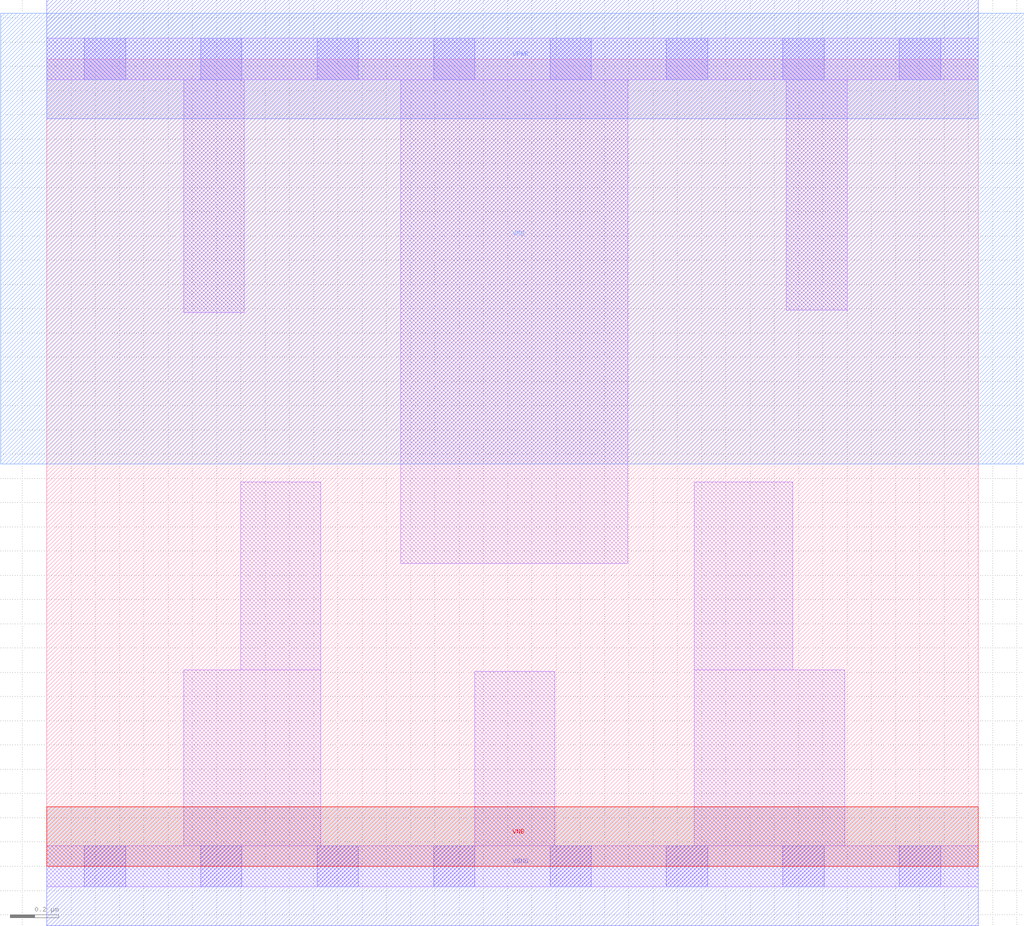
<source format=lef>
# Copyright 2020 The SkyWater PDK Authors
#
# Licensed under the Apache License, Version 2.0 (the "License");
# you may not use this file except in compliance with the License.
# You may obtain a copy of the License at
#
#     https://www.apache.org/licenses/LICENSE-2.0
#
# Unless required by applicable law or agreed to in writing, software
# distributed under the License is distributed on an "AS IS" BASIS,
# WITHOUT WARRANTIES OR CONDITIONS OF ANY KIND, either express or implied.
# See the License for the specific language governing permissions and
# limitations under the License.
#
# SPDX-License-Identifier: Apache-2.0

VERSION 5.7 ;
  NOWIREEXTENSIONATPIN ON ;
  DIVIDERCHAR "/" ;
  BUSBITCHARS "[]" ;
MACRO sky130_fd_sc_ls__decap_8
  CLASS CORE ;
  FOREIGN sky130_fd_sc_ls__decap_8 ;
  ORIGIN  0.000000  0.000000 ;
  SIZE  3.840000 BY  3.330000 ;
  SYMMETRY X Y ;
  SITE unit ;
  PIN VNB
    PORT
      LAYER pwell ;
        RECT 0.000000 0.000000 3.840000 0.245000 ;
    END
  END VNB
  PIN VPB
    PORT
      LAYER nwell ;
        RECT -0.190000 1.660000 4.030000 3.520000 ;
    END
  END VPB
  PIN VGND
    DIRECTION INOUT ;
    SHAPE ABUTMENT ;
    USE GROUND ;
    PORT
      LAYER met1 ;
        RECT 0.000000 -0.245000 3.840000 0.245000 ;
    END
  END VGND
  PIN VPWR
    DIRECTION INOUT ;
    SHAPE ABUTMENT ;
    USE POWER ;
    PORT
      LAYER met1 ;
        RECT 0.000000 3.085000 3.840000 3.575000 ;
    END
  END VPWR
  OBS
    LAYER li1 ;
      RECT 0.000000 -0.085000 3.840000 0.085000 ;
      RECT 0.000000  3.245000 3.840000 3.415000 ;
      RECT 0.565000  0.085000 1.130000 0.810000 ;
      RECT 0.565000  2.285000 0.815000 3.245000 ;
      RECT 0.800000  0.810000 1.130000 1.585000 ;
      RECT 1.460000  1.250000 2.395000 3.245000 ;
      RECT 1.765000  0.085000 2.095000 0.805000 ;
      RECT 2.670000  0.085000 3.290000 0.810000 ;
      RECT 2.670000  0.810000 3.075000 1.585000 ;
      RECT 3.050000  2.295000 3.300000 3.245000 ;
    LAYER mcon ;
      RECT 0.155000 -0.085000 0.325000 0.085000 ;
      RECT 0.155000  3.245000 0.325000 3.415000 ;
      RECT 0.635000 -0.085000 0.805000 0.085000 ;
      RECT 0.635000  3.245000 0.805000 3.415000 ;
      RECT 1.115000 -0.085000 1.285000 0.085000 ;
      RECT 1.115000  3.245000 1.285000 3.415000 ;
      RECT 1.595000 -0.085000 1.765000 0.085000 ;
      RECT 1.595000  3.245000 1.765000 3.415000 ;
      RECT 2.075000 -0.085000 2.245000 0.085000 ;
      RECT 2.075000  3.245000 2.245000 3.415000 ;
      RECT 2.555000 -0.085000 2.725000 0.085000 ;
      RECT 2.555000  3.245000 2.725000 3.415000 ;
      RECT 3.035000 -0.085000 3.205000 0.085000 ;
      RECT 3.035000  3.245000 3.205000 3.415000 ;
      RECT 3.515000 -0.085000 3.685000 0.085000 ;
      RECT 3.515000  3.245000 3.685000 3.415000 ;
  END
END sky130_fd_sc_ls__decap_8
END LIBRARY

</source>
